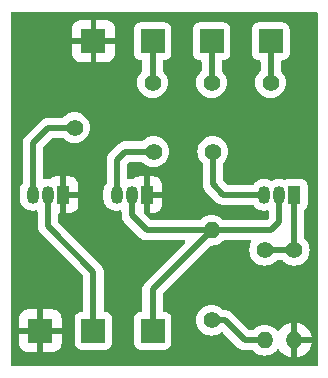
<source format=gbr>
%TF.GenerationSoftware,KiCad,Pcbnew,8.0.6*%
%TF.CreationDate,2024-11-17T22:45:40-03:00*%
%TF.ProjectId,canon+GH4,63616e6f-6e2b-4474-9834-2e6b69636164,V1.0*%
%TF.SameCoordinates,Original*%
%TF.FileFunction,Copper,L1,Top*%
%TF.FilePolarity,Positive*%
%FSLAX46Y46*%
G04 Gerber Fmt 4.6, Leading zero omitted, Abs format (unit mm)*
G04 Created by KiCad (PCBNEW 8.0.6) date 2024-11-17 22:45:40*
%MOMM*%
%LPD*%
G01*
G04 APERTURE LIST*
G04 Aperture macros list*
%AMHorizOval*
0 Thick line with rounded ends*
0 $1 width*
0 $2 $3 position (X,Y) of the first rounded end (center of the circle)*
0 $4 $5 position (X,Y) of the second rounded end (center of the circle)*
0 Add line between two ends*
20,1,$1,$2,$3,$4,$5,0*
0 Add two circle primitives to create the rounded ends*
1,1,$1,$2,$3*
1,1,$1,$4,$5*%
G04 Aperture macros list end*
%TA.AperFunction,ComponentPad*%
%ADD10R,2.000000X2.000000*%
%TD*%
%TA.AperFunction,ComponentPad*%
%ADD11C,1.400000*%
%TD*%
%TA.AperFunction,ComponentPad*%
%ADD12HorizOval,1.400000X0.000000X0.000000X0.000000X0.000000X0*%
%TD*%
%TA.AperFunction,ComponentPad*%
%ADD13R,1.050000X1.500000*%
%TD*%
%TA.AperFunction,ComponentPad*%
%ADD14O,1.050000X1.500000*%
%TD*%
%TA.AperFunction,ComponentPad*%
%ADD15O,1.400000X1.400000*%
%TD*%
%TA.AperFunction,ComponentPad*%
%ADD16HorizOval,1.400000X0.000000X0.000000X0.000000X0.000000X0*%
%TD*%
%TA.AperFunction,Conductor*%
%ADD17C,0.500000*%
%TD*%
G04 APERTURE END LIST*
D10*
%TO.P,TP6,1,1*%
%TO.N,/Focus_Input*%
X96000000Y-47310000D03*
%TD*%
D11*
%TO.P,R2,1*%
%TO.N,/Focus_Input*%
X96000000Y-50810000D03*
D12*
%TO.P,R2,2*%
%TO.N,Net-(Q2-B)*%
X89400887Y-54620000D03*
%TD*%
D13*
%TO.P,Q2,1,E*%
%TO.N,GND*%
X88404171Y-60304466D03*
D14*
%TO.P,Q2,2,C*%
%TO.N,/Focus_Output*%
X87134171Y-60304466D03*
%TO.P,Q2,3,B*%
%TO.N,Net-(Q2-B)*%
X85864171Y-60304466D03*
%TD*%
D11*
%TO.P,R6,1*%
%TO.N,Net-(R5-Pad2)*%
X101000000Y-70929999D03*
D15*
%TO.P,R6,2*%
%TO.N,/Shutter_Output*%
X101000000Y-63310000D03*
%TD*%
D13*
%TO.P,Q1,1,E*%
%TO.N,GND*%
X95500000Y-60310000D03*
D14*
%TO.P,Q1,2,C*%
%TO.N,/Shutter_Output*%
X94230000Y-60310000D03*
%TO.P,Q1,3,B*%
%TO.N,Net-(Q1-B)*%
X92960000Y-60310000D03*
%TD*%
D10*
%TO.P,TP5,1,1*%
%TO.N,/Shutter_Input*%
X101000000Y-47310000D03*
%TD*%
%TO.P,TP1,1,1*%
%TO.N,GND*%
X86500000Y-71810000D03*
%TD*%
%TO.P,TP2,1,1*%
%TO.N,/Shutter_Output*%
X96000000Y-71810000D03*
%TD*%
D13*
%TO.P,Q3,1,E*%
%TO.N,Net-(Q3-E)*%
X108000000Y-60310000D03*
D14*
%TO.P,Q3,2,C*%
%TO.N,/Shutter_Output*%
X106730000Y-60310000D03*
%TO.P,Q3,3,B*%
%TO.N,Net-(Q3-B)*%
X105460000Y-60310000D03*
%TD*%
D11*
%TO.P,R3,1*%
%TO.N,/Focus_Input_GH4*%
X106000000Y-50810000D03*
D16*
%TO.P,R3,2*%
%TO.N,Net-(Q3-B)*%
X101101959Y-56647259D03*
%TD*%
D11*
%TO.P,R1,1*%
%TO.N,/Shutter_Input*%
X101000000Y-50810000D03*
D16*
%TO.P,R1,2*%
%TO.N,Net-(Q1-B)*%
X96101958Y-56647260D03*
%TD*%
D10*
%TO.P,TP3,1,1*%
%TO.N,/Focus_Output*%
X91000000Y-71810000D03*
%TD*%
%TO.P,TP7,1,1*%
%TO.N,/Focus_Input_GH4*%
X106000000Y-47310000D03*
%TD*%
%TO.P,TP4,1,1*%
%TO.N,GND*%
X91000000Y-47310000D03*
%TD*%
D11*
%TO.P,R4,1*%
%TO.N,Net-(Q3-E)*%
X108000000Y-65000000D03*
D15*
%TO.P,R4,2*%
%TO.N,GND*%
X108000000Y-72620000D03*
%TD*%
D11*
%TO.P,R5,1*%
%TO.N,Net-(Q3-E)*%
X105500000Y-65000000D03*
D15*
%TO.P,R5,2*%
%TO.N,Net-(R5-Pad2)*%
X105500000Y-72620000D03*
%TD*%
D17*
%TO.N,/Focus_Input_GH4*%
X106000000Y-47310000D02*
X106000000Y-50810000D01*
%TO.N,/Shutter_Output*%
X96000000Y-68310000D02*
X101000000Y-63310000D01*
X96000000Y-71810000D02*
X96000000Y-68310000D01*
%TO.N,/Focus_Output*%
X91000000Y-66810000D02*
X91000000Y-71810000D01*
X87134171Y-62944171D02*
X91000000Y-66810000D01*
%TO.N,/Shutter_Output*%
X106000000Y-63310000D02*
X101000000Y-63310000D01*
%TO.N,Net-(R5-Pad2)*%
X102119999Y-70929999D02*
X101000000Y-70929999D01*
X103810000Y-72620000D02*
X102119999Y-70929999D01*
X105500000Y-72620000D02*
X103810000Y-72620000D01*
%TO.N,/Shutter_Output*%
X100000000Y-63310000D02*
X95500000Y-63310000D01*
X101000000Y-63310000D02*
X100000000Y-63310000D01*
X94230000Y-62040000D02*
X94230000Y-60310000D01*
X95500000Y-63310000D02*
X94230000Y-62040000D01*
%TO.N,Net-(Q1-B)*%
X93662740Y-56647260D02*
X92960000Y-57350000D01*
X96101958Y-56647260D02*
X93662740Y-56647260D01*
X92960000Y-57350000D02*
X92960000Y-60310000D01*
%TO.N,Net-(Q2-B)*%
X85864171Y-55945829D02*
X85864171Y-60304466D01*
X87190000Y-54620000D02*
X85864171Y-55945829D01*
X89400887Y-54620000D02*
X87190000Y-54620000D01*
%TO.N,/Focus_Input*%
X96000000Y-47310000D02*
X96000000Y-50810000D01*
%TO.N,/Shutter_Input*%
X101000000Y-47310000D02*
X101000000Y-50810000D01*
%TO.N,Net-(Q3-B)*%
X102000000Y-60310000D02*
X105460000Y-60310000D01*
X101101959Y-59411959D02*
X102000000Y-60310000D01*
X101101959Y-56647259D02*
X101101959Y-59411959D01*
%TO.N,/Focus_Output*%
X87134171Y-60304466D02*
X87134171Y-62944171D01*
%TO.N,Net-(Q3-E)*%
X108000000Y-65000000D02*
X108000000Y-60310000D01*
X105500000Y-65000000D02*
X108000000Y-65000000D01*
%TO.N,Net-(Q3-B)*%
X105454309Y-60315691D02*
X105460000Y-60310000D01*
%TO.N,/Shutter_Output*%
X106000000Y-63310000D02*
X106730000Y-62580000D01*
X106730000Y-62580000D02*
X106730000Y-60310000D01*
%TD*%
%TA.AperFunction,Conductor*%
%TO.N,GND*%
G36*
X109942539Y-44830185D02*
G01*
X109988294Y-44882989D01*
X109999500Y-44934500D01*
X109999500Y-74685500D01*
X109979815Y-74752539D01*
X109927011Y-74798294D01*
X109875500Y-74809500D01*
X84124500Y-74809500D01*
X84057461Y-74789815D01*
X84011706Y-74737011D01*
X84000500Y-74685500D01*
X84000500Y-70765069D01*
X84700000Y-70765069D01*
X84700000Y-71560000D01*
X86066988Y-71560000D01*
X86034075Y-71617007D01*
X86000000Y-71744174D01*
X86000000Y-71875826D01*
X86034075Y-72002993D01*
X86066988Y-72060000D01*
X84700000Y-72060000D01*
X84700000Y-72854930D01*
X84715122Y-72989141D01*
X84774663Y-73159301D01*
X84870577Y-73311948D01*
X84998051Y-73439422D01*
X85150698Y-73535336D01*
X85320858Y-73594877D01*
X85455069Y-73609999D01*
X85455070Y-73610000D01*
X86250000Y-73610000D01*
X86250000Y-72243012D01*
X86307007Y-72275925D01*
X86434174Y-72310000D01*
X86565826Y-72310000D01*
X86692993Y-72275925D01*
X86750000Y-72243012D01*
X86750000Y-73610000D01*
X87544930Y-73610000D01*
X87544930Y-73609999D01*
X87679141Y-73594877D01*
X87849301Y-73535336D01*
X88001948Y-73439422D01*
X88129422Y-73311948D01*
X88225336Y-73159301D01*
X88284877Y-72989141D01*
X88299999Y-72854930D01*
X88300000Y-72854930D01*
X88300000Y-72060000D01*
X86933012Y-72060000D01*
X86965925Y-72002993D01*
X87000000Y-71875826D01*
X87000000Y-71744174D01*
X86965925Y-71617007D01*
X86933012Y-71560000D01*
X88300000Y-71560000D01*
X88300000Y-70765070D01*
X88299999Y-70765069D01*
X88284877Y-70630858D01*
X88225336Y-70460698D01*
X88129422Y-70308051D01*
X88001948Y-70180577D01*
X87849301Y-70084663D01*
X87679141Y-70025122D01*
X87544930Y-70010000D01*
X86750000Y-70010000D01*
X86750000Y-71376988D01*
X86692993Y-71344075D01*
X86565826Y-71310000D01*
X86434174Y-71310000D01*
X86307007Y-71344075D01*
X86250000Y-71376988D01*
X86250000Y-70010000D01*
X85455070Y-70010000D01*
X85320858Y-70025122D01*
X85150698Y-70084663D01*
X84998051Y-70180577D01*
X84870577Y-70308051D01*
X84774663Y-70460698D01*
X84715122Y-70630858D01*
X84700000Y-70765069D01*
X84000500Y-70765069D01*
X84000500Y-59990887D01*
X84738671Y-59990887D01*
X84738671Y-60618045D01*
X84739548Y-60623579D01*
X84766385Y-60793022D01*
X84821127Y-60961505D01*
X84821128Y-60961508D01*
X84901557Y-61119356D01*
X85005688Y-61262680D01*
X85130957Y-61387949D01*
X85274281Y-61492080D01*
X85348548Y-61529921D01*
X85432128Y-61572508D01*
X85432131Y-61572509D01*
X85516372Y-61599880D01*
X85600616Y-61627252D01*
X85775592Y-61654966D01*
X85775593Y-61654966D01*
X85952749Y-61654966D01*
X85952750Y-61654966D01*
X86127726Y-61627252D01*
X86127740Y-61627247D01*
X86130724Y-61626532D01*
X86131901Y-61626590D01*
X86132538Y-61626490D01*
X86132559Y-61626623D01*
X86200506Y-61630023D01*
X86257324Y-61670687D01*
X86283137Y-61735613D01*
X86283671Y-61747106D01*
X86283671Y-63027942D01*
X86316353Y-63192245D01*
X86316356Y-63192257D01*
X86330430Y-63226234D01*
X86380463Y-63347027D01*
X86380470Y-63347040D01*
X86473543Y-63486332D01*
X86473546Y-63486336D01*
X90113181Y-67125970D01*
X90146666Y-67187293D01*
X90149500Y-67213651D01*
X90149500Y-70085500D01*
X90129815Y-70152539D01*
X90077011Y-70198294D01*
X90025502Y-70209500D01*
X89960637Y-70209500D01*
X89843246Y-70224953D01*
X89843237Y-70224956D01*
X89697160Y-70285463D01*
X89571718Y-70381718D01*
X89475463Y-70507160D01*
X89414956Y-70653237D01*
X89414955Y-70653239D01*
X89400233Y-70765069D01*
X89399501Y-70770636D01*
X89399500Y-70770645D01*
X89399500Y-72849363D01*
X89414953Y-72966753D01*
X89414956Y-72966762D01*
X89475464Y-73112841D01*
X89571718Y-73238282D01*
X89697159Y-73334536D01*
X89843238Y-73395044D01*
X89960639Y-73410500D01*
X92039360Y-73410499D01*
X92039363Y-73410499D01*
X92156753Y-73395046D01*
X92156757Y-73395044D01*
X92156762Y-73395044D01*
X92302841Y-73334536D01*
X92428282Y-73238282D01*
X92524536Y-73112841D01*
X92585044Y-72966762D01*
X92600500Y-72849361D01*
X92600499Y-70770640D01*
X92600499Y-70770639D01*
X92600499Y-70770636D01*
X92585046Y-70653246D01*
X92585044Y-70653239D01*
X92585044Y-70653238D01*
X92524536Y-70507159D01*
X92428282Y-70381718D01*
X92302841Y-70285464D01*
X92283049Y-70277266D01*
X92156762Y-70224956D01*
X92156760Y-70224955D01*
X92039370Y-70209501D01*
X92039367Y-70209500D01*
X92039361Y-70209500D01*
X92039354Y-70209500D01*
X91974500Y-70209500D01*
X91907461Y-70189815D01*
X91861706Y-70137011D01*
X91850500Y-70085500D01*
X91850500Y-66726232D01*
X91850499Y-66726228D01*
X91817817Y-66561924D01*
X91817816Y-66561918D01*
X91799037Y-66516584D01*
X91753704Y-66407137D01*
X91660627Y-66267838D01*
X91660624Y-66267834D01*
X88020990Y-62628200D01*
X87987505Y-62566877D01*
X87984671Y-62540519D01*
X87984671Y-61978466D01*
X88004356Y-61911427D01*
X88057160Y-61865672D01*
X88108671Y-61854466D01*
X88154171Y-61854466D01*
X88154171Y-61036500D01*
X88167687Y-60980203D01*
X88177213Y-60961508D01*
X88231957Y-60793021D01*
X88254445Y-60651034D01*
X88259426Y-60653910D01*
X88354801Y-60679466D01*
X88453541Y-60679466D01*
X88548916Y-60653910D01*
X88634426Y-60604541D01*
X88654171Y-60584796D01*
X88654171Y-61854466D01*
X88974101Y-61854466D01*
X88974101Y-61854465D01*
X89108312Y-61839343D01*
X89278472Y-61779802D01*
X89431119Y-61683888D01*
X89558593Y-61556414D01*
X89654507Y-61403767D01*
X89714048Y-61233607D01*
X89729170Y-61099396D01*
X89729171Y-61099396D01*
X89729171Y-60554466D01*
X88684501Y-60554466D01*
X88704246Y-60534721D01*
X88753615Y-60449211D01*
X88779171Y-60353836D01*
X88779171Y-60255096D01*
X88753615Y-60159721D01*
X88704246Y-60074211D01*
X88684501Y-60054466D01*
X89729171Y-60054466D01*
X89729171Y-59996421D01*
X91834500Y-59996421D01*
X91834500Y-60623578D01*
X91862214Y-60798556D01*
X91916956Y-60967039D01*
X91916957Y-60967042D01*
X91966208Y-61063701D01*
X91997386Y-61124890D01*
X92101517Y-61268214D01*
X92226786Y-61393483D01*
X92370110Y-61497614D01*
X92433516Y-61529921D01*
X92527957Y-61578042D01*
X92527960Y-61578043D01*
X92612201Y-61605414D01*
X92696445Y-61632786D01*
X92871421Y-61660500D01*
X92871422Y-61660500D01*
X93048578Y-61660500D01*
X93048579Y-61660500D01*
X93223555Y-61632786D01*
X93223569Y-61632781D01*
X93226553Y-61632066D01*
X93227730Y-61632124D01*
X93228367Y-61632024D01*
X93228388Y-61632157D01*
X93296335Y-61635557D01*
X93353153Y-61676221D01*
X93378966Y-61741147D01*
X93379500Y-61752640D01*
X93379500Y-62123771D01*
X93412182Y-62288074D01*
X93412184Y-62288082D01*
X93430342Y-62331919D01*
X93476297Y-62442866D01*
X93569372Y-62582161D01*
X93569375Y-62582165D01*
X94957830Y-63970619D01*
X94957831Y-63970620D01*
X94957834Y-63970622D01*
X94957838Y-63970626D01*
X95097137Y-64063704D01*
X95097140Y-64063705D01*
X95097143Y-64063707D01*
X95213222Y-64111788D01*
X95251918Y-64127816D01*
X95251920Y-64127816D01*
X95251925Y-64127818D01*
X95416228Y-64160499D01*
X95416232Y-64160500D01*
X95416233Y-64160500D01*
X98647349Y-64160500D01*
X98714388Y-64180185D01*
X98760143Y-64232989D01*
X98770087Y-64302147D01*
X98741062Y-64365703D01*
X98735030Y-64372181D01*
X95339375Y-67767834D01*
X95339372Y-67767838D01*
X95246299Y-67907130D01*
X95246292Y-67907143D01*
X95200962Y-68016583D01*
X95182185Y-68061913D01*
X95182182Y-68061925D01*
X95149500Y-68226228D01*
X95149500Y-70085500D01*
X95129815Y-70152539D01*
X95077011Y-70198294D01*
X95025502Y-70209500D01*
X94960637Y-70209500D01*
X94843246Y-70224953D01*
X94843237Y-70224956D01*
X94697160Y-70285463D01*
X94571718Y-70381718D01*
X94475463Y-70507160D01*
X94414956Y-70653237D01*
X94414955Y-70653239D01*
X94400233Y-70765069D01*
X94399501Y-70770636D01*
X94399500Y-70770645D01*
X94399500Y-72849363D01*
X94414953Y-72966753D01*
X94414956Y-72966762D01*
X94475464Y-73112841D01*
X94571718Y-73238282D01*
X94697159Y-73334536D01*
X94843238Y-73395044D01*
X94960639Y-73410500D01*
X97039360Y-73410499D01*
X97039363Y-73410499D01*
X97156753Y-73395046D01*
X97156757Y-73395044D01*
X97156762Y-73395044D01*
X97302841Y-73334536D01*
X97428282Y-73238282D01*
X97524536Y-73112841D01*
X97585044Y-72966762D01*
X97600500Y-72849361D01*
X97600499Y-70929997D01*
X99694532Y-70929997D01*
X99694532Y-70930000D01*
X99714364Y-71156685D01*
X99714366Y-71156696D01*
X99773258Y-71376487D01*
X99773261Y-71376496D01*
X99869431Y-71582731D01*
X99869432Y-71582733D01*
X99999954Y-71769140D01*
X100160858Y-71930044D01*
X100160861Y-71930046D01*
X100347266Y-72060567D01*
X100553504Y-72156738D01*
X100773308Y-72215634D01*
X100935230Y-72229800D01*
X100999998Y-72235467D01*
X101000000Y-72235467D01*
X101000002Y-72235467D01*
X101056673Y-72230508D01*
X101226692Y-72215634D01*
X101446496Y-72156738D01*
X101652734Y-72060567D01*
X101799857Y-71957550D01*
X101866060Y-71935225D01*
X101933827Y-71952235D01*
X101958658Y-71971446D01*
X103149374Y-73162162D01*
X103267838Y-73280626D01*
X103407137Y-73373703D01*
X103407138Y-73373703D01*
X103407139Y-73373704D01*
X103442201Y-73388227D01*
X103561918Y-73437816D01*
X103726228Y-73470499D01*
X103726232Y-73470500D01*
X103726233Y-73470500D01*
X104459952Y-73470500D01*
X104526991Y-73490185D01*
X104547628Y-73506814D01*
X104660861Y-73620047D01*
X104847266Y-73750568D01*
X105053504Y-73846739D01*
X105273308Y-73905635D01*
X105435230Y-73919801D01*
X105499998Y-73925468D01*
X105500000Y-73925468D01*
X105500002Y-73925468D01*
X105556673Y-73920509D01*
X105726692Y-73905635D01*
X105946496Y-73846739D01*
X106152734Y-73750568D01*
X106339139Y-73620047D01*
X106500047Y-73459139D01*
X106527570Y-73419830D01*
X106582145Y-73376206D01*
X106651643Y-73369012D01*
X106713999Y-73400533D01*
X106732954Y-73423133D01*
X106812232Y-73544478D01*
X106980592Y-73727364D01*
X106980602Y-73727373D01*
X107176762Y-73880051D01*
X107176771Y-73880057D01*
X107395385Y-73998364D01*
X107395396Y-73998369D01*
X107630507Y-74079083D01*
X107749999Y-74099023D01*
X108250000Y-74099023D01*
X108369492Y-74079083D01*
X108604603Y-73998369D01*
X108604614Y-73998364D01*
X108823228Y-73880057D01*
X108823237Y-73880051D01*
X109019397Y-73727373D01*
X109019407Y-73727364D01*
X109187767Y-73544478D01*
X109323732Y-73336367D01*
X109423588Y-73108716D01*
X109484040Y-72870000D01*
X108250000Y-72870000D01*
X108250000Y-74099023D01*
X107749999Y-74099023D01*
X107750000Y-74099022D01*
X107750000Y-72864975D01*
X107785095Y-72900070D01*
X107864905Y-72946148D01*
X107953922Y-72970000D01*
X108046078Y-72970000D01*
X108135095Y-72946148D01*
X108214905Y-72900070D01*
X108280070Y-72834905D01*
X108326148Y-72755095D01*
X108350000Y-72666078D01*
X108350000Y-72573922D01*
X108326148Y-72484905D01*
X108280070Y-72405095D01*
X108244975Y-72370000D01*
X108250000Y-72370000D01*
X109484040Y-72370000D01*
X109423588Y-72131283D01*
X109323732Y-71903632D01*
X109187767Y-71695521D01*
X109019407Y-71512635D01*
X109019397Y-71512626D01*
X108823237Y-71359948D01*
X108823228Y-71359942D01*
X108604614Y-71241635D01*
X108604603Y-71241630D01*
X108369492Y-71160916D01*
X108250000Y-71140976D01*
X108250000Y-72370000D01*
X108244975Y-72370000D01*
X108214905Y-72339930D01*
X108135095Y-72293852D01*
X108046078Y-72270000D01*
X107953922Y-72270000D01*
X107864905Y-72293852D01*
X107785095Y-72339930D01*
X107750000Y-72375025D01*
X107750000Y-71140976D01*
X107749999Y-71140976D01*
X107630507Y-71160916D01*
X107395396Y-71241630D01*
X107395385Y-71241635D01*
X107176771Y-71359942D01*
X107176762Y-71359948D01*
X106980602Y-71512626D01*
X106980592Y-71512635D01*
X106812234Y-71695519D01*
X106732954Y-71816867D01*
X106679807Y-71862223D01*
X106610576Y-71871647D01*
X106547240Y-71842145D01*
X106527570Y-71820168D01*
X106500045Y-71780858D01*
X106339141Y-71619954D01*
X106152734Y-71489432D01*
X106152732Y-71489431D01*
X105946497Y-71393261D01*
X105946488Y-71393258D01*
X105726697Y-71334366D01*
X105726693Y-71334365D01*
X105726692Y-71334365D01*
X105726691Y-71334364D01*
X105726686Y-71334364D01*
X105500002Y-71314532D01*
X105499998Y-71314532D01*
X105273313Y-71334364D01*
X105273302Y-71334366D01*
X105053511Y-71393258D01*
X105053502Y-71393261D01*
X104847267Y-71489431D01*
X104847265Y-71489432D01*
X104660862Y-71619951D01*
X104604248Y-71676566D01*
X104547631Y-71733182D01*
X104486311Y-71766666D01*
X104459952Y-71769500D01*
X104213650Y-71769500D01*
X104146611Y-71749815D01*
X104125969Y-71733181D01*
X102662164Y-70269374D01*
X102662160Y-70269371D01*
X102522865Y-70176296D01*
X102522862Y-70176295D01*
X102413415Y-70130961D01*
X102413413Y-70130960D01*
X102368085Y-70112184D01*
X102368073Y-70112181D01*
X102203770Y-70079499D01*
X102203766Y-70079499D01*
X102040048Y-70079499D01*
X101973009Y-70059814D01*
X101952371Y-70043184D01*
X101839139Y-69929952D01*
X101839138Y-69929951D01*
X101839137Y-69929950D01*
X101652734Y-69799431D01*
X101652732Y-69799430D01*
X101446497Y-69703260D01*
X101446488Y-69703257D01*
X101226697Y-69644365D01*
X101226693Y-69644364D01*
X101226692Y-69644364D01*
X101226691Y-69644363D01*
X101226686Y-69644363D01*
X101000002Y-69624531D01*
X100999998Y-69624531D01*
X100773313Y-69644363D01*
X100773302Y-69644365D01*
X100553511Y-69703257D01*
X100553502Y-69703260D01*
X100347267Y-69799430D01*
X100347265Y-69799431D01*
X100160858Y-69929953D01*
X99999954Y-70090857D01*
X99869432Y-70277264D01*
X99869431Y-70277266D01*
X99773261Y-70483501D01*
X99773258Y-70483510D01*
X99714366Y-70703301D01*
X99714364Y-70703312D01*
X99694532Y-70929997D01*
X97600499Y-70929997D01*
X97600499Y-70770640D01*
X97600499Y-70770639D01*
X97600499Y-70770636D01*
X97585046Y-70653246D01*
X97585044Y-70653239D01*
X97585044Y-70653238D01*
X97524536Y-70507159D01*
X97428282Y-70381718D01*
X97302841Y-70285464D01*
X97283049Y-70277266D01*
X97156762Y-70224956D01*
X97156760Y-70224955D01*
X97039370Y-70209501D01*
X97039367Y-70209500D01*
X97039361Y-70209500D01*
X97039354Y-70209500D01*
X96974500Y-70209500D01*
X96907461Y-70189815D01*
X96861706Y-70137011D01*
X96850500Y-70085500D01*
X96850500Y-68713650D01*
X96870185Y-68646611D01*
X96886814Y-68625974D01*
X100864696Y-64648091D01*
X100926017Y-64614608D01*
X100963178Y-64612246D01*
X101000000Y-64615468D01*
X101226692Y-64595635D01*
X101446496Y-64536739D01*
X101652734Y-64440568D01*
X101839139Y-64310047D01*
X101952368Y-64196817D01*
X102013689Y-64163334D01*
X102040048Y-64160500D01*
X104262488Y-64160500D01*
X104329527Y-64180185D01*
X104375282Y-64232989D01*
X104385226Y-64302147D01*
X104371363Y-64342193D01*
X104371720Y-64342360D01*
X104370112Y-64345806D01*
X104369870Y-64346508D01*
X104369432Y-64347266D01*
X104273261Y-64553502D01*
X104273258Y-64553511D01*
X104214366Y-64773302D01*
X104214364Y-64773313D01*
X104194532Y-64999998D01*
X104194532Y-65000001D01*
X104214364Y-65226686D01*
X104214366Y-65226697D01*
X104273258Y-65446488D01*
X104273261Y-65446497D01*
X104369431Y-65652732D01*
X104369432Y-65652734D01*
X104499954Y-65839141D01*
X104660858Y-66000045D01*
X104660861Y-66000047D01*
X104847266Y-66130568D01*
X105053504Y-66226739D01*
X105273308Y-66285635D01*
X105435230Y-66299801D01*
X105499998Y-66305468D01*
X105500000Y-66305468D01*
X105500002Y-66305468D01*
X105556673Y-66300509D01*
X105726692Y-66285635D01*
X105946496Y-66226739D01*
X106152734Y-66130568D01*
X106339139Y-66000047D01*
X106452368Y-65886817D01*
X106513689Y-65853334D01*
X106540048Y-65850500D01*
X106959952Y-65850500D01*
X107026991Y-65870185D01*
X107047628Y-65886814D01*
X107160861Y-66000047D01*
X107347266Y-66130568D01*
X107553504Y-66226739D01*
X107773308Y-66285635D01*
X107935230Y-66299801D01*
X107999998Y-66305468D01*
X108000000Y-66305468D01*
X108000002Y-66305468D01*
X108056673Y-66300509D01*
X108226692Y-66285635D01*
X108446496Y-66226739D01*
X108652734Y-66130568D01*
X108839139Y-66000047D01*
X109000047Y-65839139D01*
X109130568Y-65652734D01*
X109226739Y-65446496D01*
X109285635Y-65226692D01*
X109305468Y-65000000D01*
X109285635Y-64773308D01*
X109226739Y-64553504D01*
X109130568Y-64347266D01*
X109000047Y-64160861D01*
X109000045Y-64160858D01*
X108886819Y-64047632D01*
X108853334Y-63986309D01*
X108850500Y-63959951D01*
X108850500Y-61628298D01*
X108870185Y-61561259D01*
X108899010Y-61529925D01*
X108953282Y-61488282D01*
X109049536Y-61362841D01*
X109110044Y-61216762D01*
X109125500Y-61099361D01*
X109125499Y-59520640D01*
X109125499Y-59520636D01*
X109110046Y-59403246D01*
X109110044Y-59403241D01*
X109110044Y-59403238D01*
X109049536Y-59257159D01*
X108953282Y-59131718D01*
X108827841Y-59035464D01*
X108825914Y-59034666D01*
X108681762Y-58974956D01*
X108681760Y-58974955D01*
X108564370Y-58959501D01*
X108564367Y-58959500D01*
X108564361Y-58959500D01*
X108564354Y-58959500D01*
X107435636Y-58959500D01*
X107318246Y-58974953D01*
X107318234Y-58974957D01*
X107201188Y-59023439D01*
X107131719Y-59030908D01*
X107115418Y-59026809D01*
X106993556Y-58987214D01*
X106906067Y-58973357D01*
X106818579Y-58959500D01*
X106641421Y-58959500D01*
X106595445Y-58966782D01*
X106466443Y-58987214D01*
X106297960Y-59041956D01*
X106297957Y-59041957D01*
X106151295Y-59116687D01*
X106082626Y-59129583D01*
X106038705Y-59116687D01*
X105892042Y-59041957D01*
X105892039Y-59041956D01*
X105723556Y-58987214D01*
X105636067Y-58973357D01*
X105548579Y-58959500D01*
X105371421Y-58959500D01*
X105325445Y-58966782D01*
X105196443Y-58987214D01*
X105027960Y-59041956D01*
X105027957Y-59041957D01*
X104870109Y-59122386D01*
X104825000Y-59155160D01*
X104726786Y-59226517D01*
X104726784Y-59226519D01*
X104726783Y-59226519D01*
X104601519Y-59351783D01*
X104601519Y-59351784D01*
X104601517Y-59351786D01*
X104585819Y-59373393D01*
X104560395Y-59408386D01*
X104505065Y-59451051D01*
X104460077Y-59459500D01*
X102403651Y-59459500D01*
X102336612Y-59439815D01*
X102315970Y-59423181D01*
X101988778Y-59095989D01*
X101955293Y-59034666D01*
X101952459Y-59008308D01*
X101952459Y-57687307D01*
X101972144Y-57620268D01*
X101988773Y-57599630D01*
X102102006Y-57486398D01*
X102232527Y-57299993D01*
X102328698Y-57093755D01*
X102387594Y-56873951D01*
X102407427Y-56647259D01*
X102387594Y-56420567D01*
X102328698Y-56200763D01*
X102232527Y-55994525D01*
X102102006Y-55808120D01*
X102102004Y-55808117D01*
X101941099Y-55647212D01*
X101754693Y-55516691D01*
X101754691Y-55516690D01*
X101548456Y-55420520D01*
X101548447Y-55420517D01*
X101328656Y-55361625D01*
X101328652Y-55361624D01*
X101328651Y-55361624D01*
X101328650Y-55361623D01*
X101328645Y-55361623D01*
X101101961Y-55341791D01*
X101101957Y-55341791D01*
X100875272Y-55361623D01*
X100875261Y-55361625D01*
X100655470Y-55420517D01*
X100655461Y-55420520D01*
X100449226Y-55516690D01*
X100449224Y-55516691D01*
X100262819Y-55647212D01*
X100101913Y-55808117D01*
X99971391Y-55994524D01*
X99971390Y-55994526D01*
X99875220Y-56200761D01*
X99875217Y-56200770D01*
X99816325Y-56420561D01*
X99816323Y-56420572D01*
X99796491Y-56647257D01*
X99796491Y-56647260D01*
X99816323Y-56873945D01*
X99816325Y-56873956D01*
X99875217Y-57093747D01*
X99875220Y-57093756D01*
X99971390Y-57299991D01*
X99971391Y-57299993D01*
X100101910Y-57486396D01*
X100101911Y-57486397D01*
X100101912Y-57486398D01*
X100215141Y-57599627D01*
X100248625Y-57660948D01*
X100251459Y-57687307D01*
X100251459Y-59495730D01*
X100281632Y-59647421D01*
X100284141Y-59660036D01*
X100284143Y-59660042D01*
X100348255Y-59814822D01*
X100348256Y-59814825D01*
X100441331Y-59954120D01*
X100441334Y-59954124D01*
X101457834Y-60970624D01*
X101457838Y-60970627D01*
X101597132Y-61063701D01*
X101597133Y-61063701D01*
X101597137Y-61063704D01*
X101683222Y-61099361D01*
X101751918Y-61127816D01*
X101916228Y-61160499D01*
X101916232Y-61160500D01*
X101916233Y-61160500D01*
X102083767Y-61160500D01*
X104460077Y-61160500D01*
X104527116Y-61180185D01*
X104560393Y-61211612D01*
X104601517Y-61268214D01*
X104726786Y-61393483D01*
X104870110Y-61497614D01*
X104933516Y-61529921D01*
X105027957Y-61578042D01*
X105027960Y-61578043D01*
X105112201Y-61605414D01*
X105196445Y-61632786D01*
X105371421Y-61660500D01*
X105371422Y-61660500D01*
X105548578Y-61660500D01*
X105548579Y-61660500D01*
X105723555Y-61632786D01*
X105723569Y-61632781D01*
X105726553Y-61632066D01*
X105727730Y-61632124D01*
X105728367Y-61632024D01*
X105728388Y-61632157D01*
X105796335Y-61635557D01*
X105853153Y-61676221D01*
X105878966Y-61741147D01*
X105879500Y-61752640D01*
X105879500Y-62176349D01*
X105859815Y-62243388D01*
X105843181Y-62264030D01*
X105684030Y-62423181D01*
X105622707Y-62456666D01*
X105596349Y-62459500D01*
X102040048Y-62459500D01*
X101973009Y-62439815D01*
X101952371Y-62423185D01*
X101839139Y-62309953D01*
X101839138Y-62309952D01*
X101839137Y-62309951D01*
X101652734Y-62179432D01*
X101652732Y-62179431D01*
X101446497Y-62083261D01*
X101446488Y-62083258D01*
X101226697Y-62024366D01*
X101226693Y-62024365D01*
X101226692Y-62024365D01*
X101226691Y-62024364D01*
X101226686Y-62024364D01*
X101000002Y-62004532D01*
X100999998Y-62004532D01*
X100773313Y-62024364D01*
X100773302Y-62024366D01*
X100553511Y-62083258D01*
X100553502Y-62083261D01*
X100347267Y-62179431D01*
X100347265Y-62179432D01*
X100160862Y-62309951D01*
X100104248Y-62366566D01*
X100047631Y-62423182D01*
X99986311Y-62456666D01*
X99959952Y-62459500D01*
X95903650Y-62459500D01*
X95836611Y-62439815D01*
X95815969Y-62423181D01*
X95286319Y-61893530D01*
X95252834Y-61832207D01*
X95250000Y-61805849D01*
X95250000Y-61042034D01*
X95263516Y-60985737D01*
X95271215Y-60970627D01*
X95273042Y-60967042D01*
X95327786Y-60798555D01*
X95350274Y-60656568D01*
X95355255Y-60659444D01*
X95450630Y-60685000D01*
X95549370Y-60685000D01*
X95644745Y-60659444D01*
X95730255Y-60610075D01*
X95750000Y-60590330D01*
X95750000Y-61860000D01*
X96069930Y-61860000D01*
X96069930Y-61859999D01*
X96204141Y-61844877D01*
X96374301Y-61785336D01*
X96526948Y-61689422D01*
X96654422Y-61561948D01*
X96750336Y-61409301D01*
X96809877Y-61239141D01*
X96824999Y-61104930D01*
X96825000Y-61104930D01*
X96825000Y-60560000D01*
X95780330Y-60560000D01*
X95800075Y-60540255D01*
X95849444Y-60454745D01*
X95875000Y-60359370D01*
X95875000Y-60260630D01*
X95849444Y-60165255D01*
X95800075Y-60079745D01*
X95780330Y-60060000D01*
X96825000Y-60060000D01*
X96825000Y-59515070D01*
X96824999Y-59515069D01*
X96809877Y-59380858D01*
X96750336Y-59210698D01*
X96654422Y-59058051D01*
X96526948Y-58930577D01*
X96374301Y-58834663D01*
X96204141Y-58775122D01*
X96069930Y-58760000D01*
X95750000Y-58760000D01*
X95750000Y-60029670D01*
X95730255Y-60009925D01*
X95644745Y-59960556D01*
X95549370Y-59935000D01*
X95450630Y-59935000D01*
X95355255Y-59960556D01*
X95350274Y-59963431D01*
X95327786Y-59821445D01*
X95273042Y-59652958D01*
X95263514Y-59634258D01*
X95250000Y-59577965D01*
X95250000Y-58760000D01*
X94930070Y-58760000D01*
X94795858Y-58775122D01*
X94625698Y-58834663D01*
X94473051Y-58930577D01*
X94473046Y-58930581D01*
X94471631Y-58931997D01*
X94470492Y-58932618D01*
X94467609Y-58934918D01*
X94467206Y-58934412D01*
X94410306Y-58965477D01*
X94364558Y-58966782D01*
X94318583Y-58959500D01*
X94318579Y-58959500D01*
X94141421Y-58959500D01*
X94130385Y-58961248D01*
X93966435Y-58987215D01*
X93963432Y-58987936D01*
X93962257Y-58987877D01*
X93961633Y-58987976D01*
X93961612Y-58987844D01*
X93893650Y-58984437D01*
X93836838Y-58943766D01*
X93811032Y-58878837D01*
X93810500Y-58867359D01*
X93810500Y-57753650D01*
X93830185Y-57686611D01*
X93846819Y-57665969D01*
X93978709Y-57534079D01*
X94040032Y-57500594D01*
X94066390Y-57497760D01*
X95061910Y-57497760D01*
X95128949Y-57517445D01*
X95149586Y-57534074D01*
X95215137Y-57599625D01*
X95262820Y-57647308D01*
X95289471Y-57665969D01*
X95449224Y-57777828D01*
X95655462Y-57873999D01*
X95875266Y-57932895D01*
X96037188Y-57947061D01*
X96101956Y-57952728D01*
X96101958Y-57952728D01*
X96101960Y-57952728D01*
X96158631Y-57947769D01*
X96328650Y-57932895D01*
X96548454Y-57873999D01*
X96754692Y-57777828D01*
X96941097Y-57647307D01*
X97102005Y-57486399D01*
X97232526Y-57299994D01*
X97328697Y-57093756D01*
X97387593Y-56873952D01*
X97407426Y-56647260D01*
X97387593Y-56420568D01*
X97328697Y-56200764D01*
X97232526Y-55994526D01*
X97102005Y-55808121D01*
X97102004Y-55808120D01*
X97102003Y-55808118D01*
X96941099Y-55647214D01*
X96754692Y-55516692D01*
X96754690Y-55516691D01*
X96548455Y-55420521D01*
X96548446Y-55420518D01*
X96328655Y-55361626D01*
X96328651Y-55361625D01*
X96328650Y-55361625D01*
X96328649Y-55361624D01*
X96328644Y-55361624D01*
X96101960Y-55341792D01*
X96101956Y-55341792D01*
X95875271Y-55361624D01*
X95875260Y-55361626D01*
X95655469Y-55420518D01*
X95655460Y-55420521D01*
X95449225Y-55516691D01*
X95449223Y-55516692D01*
X95262820Y-55647211D01*
X95212287Y-55697745D01*
X95149589Y-55760442D01*
X95088269Y-55793926D01*
X95061910Y-55796760D01*
X93578968Y-55796760D01*
X93414665Y-55829442D01*
X93414657Y-55829444D01*
X93259875Y-55893557D01*
X93259869Y-55893561D01*
X93120578Y-55986633D01*
X93120574Y-55986636D01*
X92299375Y-56807834D01*
X92299372Y-56807838D01*
X92206299Y-56947130D01*
X92206292Y-56947143D01*
X92163638Y-57050123D01*
X92142184Y-57101916D01*
X92142181Y-57101925D01*
X92109500Y-57266228D01*
X92109500Y-59300508D01*
X92089815Y-59367547D01*
X92085818Y-59373393D01*
X91997388Y-59495106D01*
X91916957Y-59652957D01*
X91916956Y-59652960D01*
X91862214Y-59821443D01*
X91834500Y-59996421D01*
X89729171Y-59996421D01*
X89729171Y-59509536D01*
X89729170Y-59509535D01*
X89714048Y-59375324D01*
X89654507Y-59205164D01*
X89558593Y-59052517D01*
X89431119Y-58925043D01*
X89278472Y-58829129D01*
X89108312Y-58769588D01*
X88974101Y-58754466D01*
X88654171Y-58754466D01*
X88654171Y-60024136D01*
X88634426Y-60004391D01*
X88548916Y-59955022D01*
X88453541Y-59929466D01*
X88354801Y-59929466D01*
X88259426Y-59955022D01*
X88254445Y-59957897D01*
X88231957Y-59815911D01*
X88177213Y-59647424D01*
X88167685Y-59628724D01*
X88154171Y-59572431D01*
X88154171Y-58754466D01*
X87834241Y-58754466D01*
X87700029Y-58769588D01*
X87529869Y-58829129D01*
X87377222Y-58925043D01*
X87377217Y-58925047D01*
X87375802Y-58926463D01*
X87374663Y-58927084D01*
X87371780Y-58929384D01*
X87371377Y-58928878D01*
X87314477Y-58959943D01*
X87268729Y-58961248D01*
X87222754Y-58953966D01*
X87222750Y-58953966D01*
X87045592Y-58953966D01*
X87010652Y-58959500D01*
X86870606Y-58981681D01*
X86867603Y-58982402D01*
X86866428Y-58982343D01*
X86865804Y-58982442D01*
X86865783Y-58982310D01*
X86797821Y-58978903D01*
X86741009Y-58938232D01*
X86715203Y-58873303D01*
X86714671Y-58861825D01*
X86714671Y-56349479D01*
X86734356Y-56282440D01*
X86750990Y-56261798D01*
X87505969Y-55506819D01*
X87567292Y-55473334D01*
X87593650Y-55470500D01*
X88360839Y-55470500D01*
X88427878Y-55490185D01*
X88448515Y-55506814D01*
X88561746Y-55620045D01*
X88561749Y-55620048D01*
X88600544Y-55647212D01*
X88748153Y-55750568D01*
X88954391Y-55846739D01*
X89174195Y-55905635D01*
X89336117Y-55919801D01*
X89400885Y-55925468D01*
X89400887Y-55925468D01*
X89400889Y-55925468D01*
X89457560Y-55920509D01*
X89627579Y-55905635D01*
X89847383Y-55846739D01*
X90053621Y-55750568D01*
X90240026Y-55620047D01*
X90400934Y-55459139D01*
X90531455Y-55272734D01*
X90627626Y-55066496D01*
X90686522Y-54846692D01*
X90706355Y-54620000D01*
X90686522Y-54393308D01*
X90627626Y-54173504D01*
X90531455Y-53967266D01*
X90400934Y-53780861D01*
X90400932Y-53780858D01*
X90240028Y-53619954D01*
X90053621Y-53489432D01*
X90053619Y-53489431D01*
X89847384Y-53393261D01*
X89847375Y-53393258D01*
X89627584Y-53334366D01*
X89627580Y-53334365D01*
X89627579Y-53334365D01*
X89627578Y-53334364D01*
X89627573Y-53334364D01*
X89400889Y-53314532D01*
X89400885Y-53314532D01*
X89174200Y-53334364D01*
X89174189Y-53334366D01*
X88954398Y-53393258D01*
X88954389Y-53393261D01*
X88748154Y-53489431D01*
X88748152Y-53489432D01*
X88561749Y-53619951D01*
X88505135Y-53676566D01*
X88448518Y-53733182D01*
X88387198Y-53766666D01*
X88360839Y-53769500D01*
X87106228Y-53769500D01*
X86941925Y-53802182D01*
X86941917Y-53802184D01*
X86787139Y-53866295D01*
X86647837Y-53959373D01*
X86647834Y-53959376D01*
X85203546Y-55403663D01*
X85203543Y-55403667D01*
X85110470Y-55542959D01*
X85110463Y-55542972D01*
X85067287Y-55647212D01*
X85046355Y-55697745D01*
X85046352Y-55697754D01*
X85013671Y-55862057D01*
X85013671Y-59294974D01*
X84993986Y-59362013D01*
X84989989Y-59367859D01*
X84901559Y-59489572D01*
X84821130Y-59647421D01*
X84766385Y-59815909D01*
X84765508Y-59821445D01*
X84738671Y-59990887D01*
X84000500Y-59990887D01*
X84000500Y-46265069D01*
X89200000Y-46265069D01*
X89200000Y-47060000D01*
X90566988Y-47060000D01*
X90534075Y-47117007D01*
X90500000Y-47244174D01*
X90500000Y-47375826D01*
X90534075Y-47502993D01*
X90566988Y-47560000D01*
X89200000Y-47560000D01*
X89200000Y-48354930D01*
X89215122Y-48489141D01*
X89274663Y-48659301D01*
X89370577Y-48811948D01*
X89498051Y-48939422D01*
X89650698Y-49035336D01*
X89820858Y-49094877D01*
X89955069Y-49109999D01*
X89955070Y-49110000D01*
X90750000Y-49110000D01*
X90750000Y-47743012D01*
X90807007Y-47775925D01*
X90934174Y-47810000D01*
X91065826Y-47810000D01*
X91192993Y-47775925D01*
X91250000Y-47743012D01*
X91250000Y-49110000D01*
X92044930Y-49110000D01*
X92044930Y-49109999D01*
X92179141Y-49094877D01*
X92349301Y-49035336D01*
X92501948Y-48939422D01*
X92629422Y-48811948D01*
X92725336Y-48659301D01*
X92784877Y-48489141D01*
X92799999Y-48354930D01*
X92800000Y-48354930D01*
X92800000Y-47560000D01*
X91433012Y-47560000D01*
X91465925Y-47502993D01*
X91500000Y-47375826D01*
X91500000Y-47244174D01*
X91465925Y-47117007D01*
X91433012Y-47060000D01*
X92800000Y-47060000D01*
X92800000Y-46270645D01*
X94399500Y-46270645D01*
X94399500Y-48349363D01*
X94414953Y-48466753D01*
X94414956Y-48466762D01*
X94475464Y-48612841D01*
X94571718Y-48738282D01*
X94697159Y-48834536D01*
X94843238Y-48895044D01*
X94960639Y-48910500D01*
X95025500Y-48910499D01*
X95092538Y-48930183D01*
X95138294Y-48982986D01*
X95149500Y-49034499D01*
X95149500Y-49769951D01*
X95129815Y-49836990D01*
X95113181Y-49857632D01*
X94999954Y-49970858D01*
X94869432Y-50157265D01*
X94869431Y-50157267D01*
X94773261Y-50363502D01*
X94773258Y-50363511D01*
X94714366Y-50583302D01*
X94714364Y-50583313D01*
X94694532Y-50809998D01*
X94694532Y-50810001D01*
X94714364Y-51036686D01*
X94714366Y-51036697D01*
X94773258Y-51256488D01*
X94773261Y-51256497D01*
X94869431Y-51462732D01*
X94869432Y-51462734D01*
X94999954Y-51649141D01*
X95160858Y-51810045D01*
X95160861Y-51810047D01*
X95347266Y-51940568D01*
X95553504Y-52036739D01*
X95773308Y-52095635D01*
X95935230Y-52109801D01*
X95999998Y-52115468D01*
X96000000Y-52115468D01*
X96000002Y-52115468D01*
X96056673Y-52110509D01*
X96226692Y-52095635D01*
X96446496Y-52036739D01*
X96652734Y-51940568D01*
X96839139Y-51810047D01*
X97000047Y-51649139D01*
X97130568Y-51462734D01*
X97226739Y-51256496D01*
X97285635Y-51036692D01*
X97305468Y-50810000D01*
X97285635Y-50583308D01*
X97226739Y-50363504D01*
X97130568Y-50157266D01*
X97000047Y-49970861D01*
X97000045Y-49970858D01*
X96886819Y-49857632D01*
X96853334Y-49796309D01*
X96850500Y-49769951D01*
X96850500Y-49034499D01*
X96870185Y-48967460D01*
X96922989Y-48921705D01*
X96974500Y-48910499D01*
X97039363Y-48910499D01*
X97156753Y-48895046D01*
X97156757Y-48895044D01*
X97156762Y-48895044D01*
X97302841Y-48834536D01*
X97428282Y-48738282D01*
X97524536Y-48612841D01*
X97585044Y-48466762D01*
X97600500Y-48349361D01*
X97600499Y-46270645D01*
X99399500Y-46270645D01*
X99399500Y-48349363D01*
X99414953Y-48466753D01*
X99414956Y-48466762D01*
X99475464Y-48612841D01*
X99571718Y-48738282D01*
X99697159Y-48834536D01*
X99843238Y-48895044D01*
X99960639Y-48910500D01*
X100025500Y-48910499D01*
X100092538Y-48930183D01*
X100138294Y-48982986D01*
X100149500Y-49034499D01*
X100149500Y-49769951D01*
X100129815Y-49836990D01*
X100113181Y-49857632D01*
X99999954Y-49970858D01*
X99869432Y-50157265D01*
X99869431Y-50157267D01*
X99773261Y-50363502D01*
X99773258Y-50363511D01*
X99714366Y-50583302D01*
X99714364Y-50583313D01*
X99694532Y-50809998D01*
X99694532Y-50810001D01*
X99714364Y-51036686D01*
X99714366Y-51036697D01*
X99773258Y-51256488D01*
X99773261Y-51256497D01*
X99869431Y-51462732D01*
X99869432Y-51462734D01*
X99999954Y-51649141D01*
X100160858Y-51810045D01*
X100160861Y-51810047D01*
X100347266Y-51940568D01*
X100553504Y-52036739D01*
X100773308Y-52095635D01*
X100935230Y-52109801D01*
X100999998Y-52115468D01*
X101000000Y-52115468D01*
X101000002Y-52115468D01*
X101056673Y-52110509D01*
X101226692Y-52095635D01*
X101446496Y-52036739D01*
X101652734Y-51940568D01*
X101839139Y-51810047D01*
X102000047Y-51649139D01*
X102130568Y-51462734D01*
X102226739Y-51256496D01*
X102285635Y-51036692D01*
X102305468Y-50810000D01*
X102285635Y-50583308D01*
X102226739Y-50363504D01*
X102130568Y-50157266D01*
X102000047Y-49970861D01*
X102000045Y-49970858D01*
X101886819Y-49857632D01*
X101853334Y-49796309D01*
X101850500Y-49769951D01*
X101850500Y-49034499D01*
X101870185Y-48967460D01*
X101922989Y-48921705D01*
X101974500Y-48910499D01*
X102039363Y-48910499D01*
X102156753Y-48895046D01*
X102156757Y-48895044D01*
X102156762Y-48895044D01*
X102302841Y-48834536D01*
X102428282Y-48738282D01*
X102524536Y-48612841D01*
X102585044Y-48466762D01*
X102600500Y-48349361D01*
X102600499Y-46270645D01*
X104399500Y-46270645D01*
X104399500Y-48349363D01*
X104414953Y-48466753D01*
X104414956Y-48466762D01*
X104475464Y-48612841D01*
X104571718Y-48738282D01*
X104697159Y-48834536D01*
X104843238Y-48895044D01*
X104960639Y-48910500D01*
X105025500Y-48910499D01*
X105092538Y-48930183D01*
X105138294Y-48982986D01*
X105149500Y-49034499D01*
X105149500Y-49769951D01*
X105129815Y-49836990D01*
X105113181Y-49857632D01*
X104999954Y-49970858D01*
X104869432Y-50157265D01*
X104869431Y-50157267D01*
X104773261Y-50363502D01*
X104773258Y-50363511D01*
X104714366Y-50583302D01*
X104714364Y-50583313D01*
X104694532Y-50809998D01*
X104694532Y-50810001D01*
X104714364Y-51036686D01*
X104714366Y-51036697D01*
X104773258Y-51256488D01*
X104773261Y-51256497D01*
X104869431Y-51462732D01*
X104869432Y-51462734D01*
X104999954Y-51649141D01*
X105160858Y-51810045D01*
X105160861Y-51810047D01*
X105347266Y-51940568D01*
X105553504Y-52036739D01*
X105773308Y-52095635D01*
X105935230Y-52109801D01*
X105999998Y-52115468D01*
X106000000Y-52115468D01*
X106000002Y-52115468D01*
X106056673Y-52110509D01*
X106226692Y-52095635D01*
X106446496Y-52036739D01*
X106652734Y-51940568D01*
X106839139Y-51810047D01*
X107000047Y-51649139D01*
X107130568Y-51462734D01*
X107226739Y-51256496D01*
X107285635Y-51036692D01*
X107305468Y-50810000D01*
X107285635Y-50583308D01*
X107226739Y-50363504D01*
X107130568Y-50157266D01*
X107000047Y-49970861D01*
X107000045Y-49970858D01*
X106886819Y-49857632D01*
X106853334Y-49796309D01*
X106850500Y-49769951D01*
X106850500Y-49034499D01*
X106870185Y-48967460D01*
X106922989Y-48921705D01*
X106974500Y-48910499D01*
X107039363Y-48910499D01*
X107156753Y-48895046D01*
X107156757Y-48895044D01*
X107156762Y-48895044D01*
X107302841Y-48834536D01*
X107428282Y-48738282D01*
X107524536Y-48612841D01*
X107585044Y-48466762D01*
X107600500Y-48349361D01*
X107600499Y-46270640D01*
X107600499Y-46270639D01*
X107600499Y-46270636D01*
X107585046Y-46153246D01*
X107585044Y-46153239D01*
X107585044Y-46153238D01*
X107524536Y-46007159D01*
X107428282Y-45881718D01*
X107302841Y-45785464D01*
X107156762Y-45724956D01*
X107156760Y-45724955D01*
X107039370Y-45709501D01*
X107039367Y-45709500D01*
X107039361Y-45709500D01*
X107039354Y-45709500D01*
X104960636Y-45709500D01*
X104843246Y-45724953D01*
X104843237Y-45724956D01*
X104697160Y-45785463D01*
X104571718Y-45881718D01*
X104475463Y-46007160D01*
X104414956Y-46153237D01*
X104414955Y-46153239D01*
X104400233Y-46265069D01*
X104399501Y-46270636D01*
X104399500Y-46270645D01*
X102600499Y-46270645D01*
X102600499Y-46270640D01*
X102600499Y-46270639D01*
X102600499Y-46270636D01*
X102585046Y-46153246D01*
X102585044Y-46153239D01*
X102585044Y-46153238D01*
X102524536Y-46007159D01*
X102428282Y-45881718D01*
X102302841Y-45785464D01*
X102156762Y-45724956D01*
X102156760Y-45724955D01*
X102039370Y-45709501D01*
X102039367Y-45709500D01*
X102039361Y-45709500D01*
X102039354Y-45709500D01*
X99960636Y-45709500D01*
X99843246Y-45724953D01*
X99843237Y-45724956D01*
X99697160Y-45785463D01*
X99571718Y-45881718D01*
X99475463Y-46007160D01*
X99414956Y-46153237D01*
X99414955Y-46153239D01*
X99400233Y-46265069D01*
X99399501Y-46270636D01*
X99399500Y-46270645D01*
X97600499Y-46270645D01*
X97600499Y-46270640D01*
X97600499Y-46270639D01*
X97600499Y-46270636D01*
X97585046Y-46153246D01*
X97585044Y-46153239D01*
X97585044Y-46153238D01*
X97524536Y-46007159D01*
X97428282Y-45881718D01*
X97302841Y-45785464D01*
X97156762Y-45724956D01*
X97156760Y-45724955D01*
X97039370Y-45709501D01*
X97039367Y-45709500D01*
X97039361Y-45709500D01*
X97039354Y-45709500D01*
X94960636Y-45709500D01*
X94843246Y-45724953D01*
X94843237Y-45724956D01*
X94697160Y-45785463D01*
X94571718Y-45881718D01*
X94475463Y-46007160D01*
X94414956Y-46153237D01*
X94414955Y-46153239D01*
X94400233Y-46265069D01*
X94399501Y-46270636D01*
X94399500Y-46270645D01*
X92800000Y-46270645D01*
X92800000Y-46265070D01*
X92799999Y-46265069D01*
X92784877Y-46130858D01*
X92725336Y-45960698D01*
X92629422Y-45808051D01*
X92501948Y-45680577D01*
X92349301Y-45584663D01*
X92179141Y-45525122D01*
X92044930Y-45510000D01*
X91250000Y-45510000D01*
X91250000Y-46876988D01*
X91192993Y-46844075D01*
X91065826Y-46810000D01*
X90934174Y-46810000D01*
X90807007Y-46844075D01*
X90750000Y-46876988D01*
X90750000Y-45510000D01*
X89955070Y-45510000D01*
X89820858Y-45525122D01*
X89650698Y-45584663D01*
X89498051Y-45680577D01*
X89370577Y-45808051D01*
X89274663Y-45960698D01*
X89215122Y-46130858D01*
X89200000Y-46265069D01*
X84000500Y-46265069D01*
X84000500Y-44934500D01*
X84020185Y-44867461D01*
X84072989Y-44821706D01*
X84124500Y-44810500D01*
X109875500Y-44810500D01*
X109942539Y-44830185D01*
G37*
%TD.AperFunction*%
%TD*%
M02*

</source>
